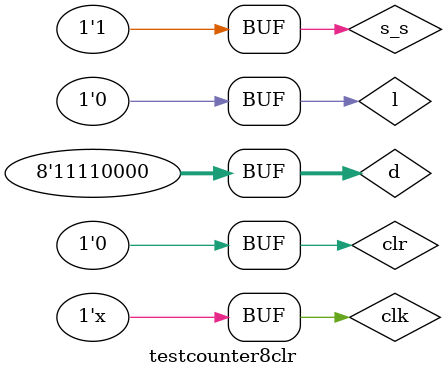
<source format=v>
module testcounter8clr ();
reg [7:0] d;
wire [7:0] c;
reg s_s, l, clk, clr;

counter8clr inst8 (clr, clk, l, s_s, c, d);
initial 
  begin
    # 5 clk <= 0; clr <= 0; l <= 0;  s_s <= 0;  d <= 8'hF0;
  end
always # 40 clk <= !clk;
initial 
   begin
     # 100 clr <= 1;
     #  50 clr <= 0; 
   end
initial
  begin
    #  400 s_s <= 1;
    # 3000 s_s <= 0;
  end
initial
  begin
    # 3500 s_s <= 1;
    # 3700 l <= 1;
    #  200 l <= 0;
  end
endmodule

</source>
